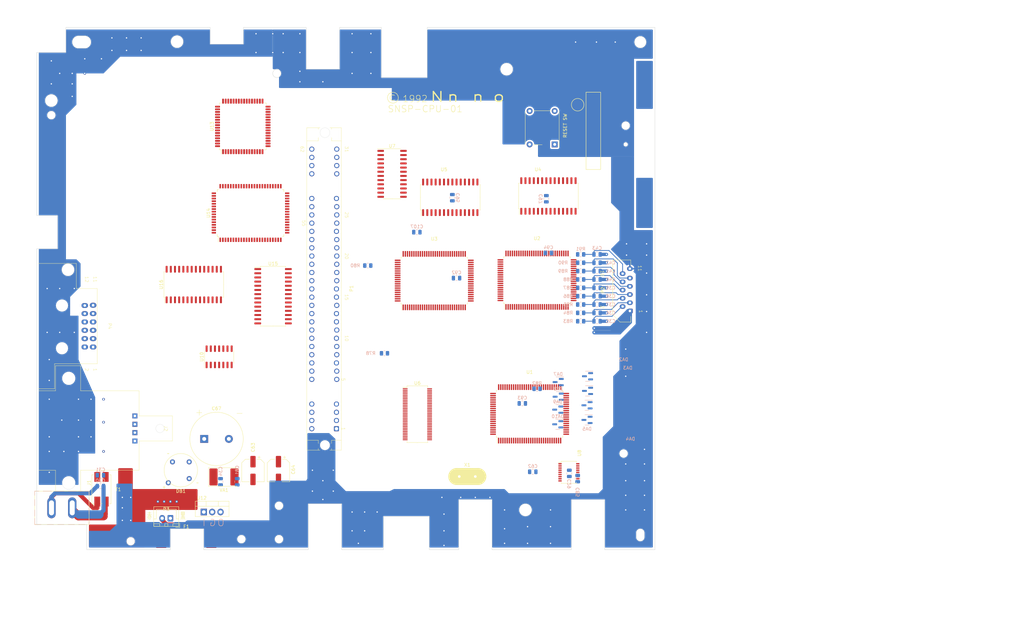
<source format=kicad_pcb>
(kicad_pcb (version 20221018) (generator pcbnew)
  (title_block (date "2023-02-24") (rev "1"))
  (layers (0 "F.Cu" signal) (31 "B.Cu" signal) (34 "B.Paste" user) (35 "F.Paste" user) (36 "B.SilkS" user "B.Silkscreen") (37 "F.SilkS" user "F.Silkscreen") (38 "B.Mask" user) (39 "F.Mask" user) (44 "Edge.Cuts" user))
  (net 0 "")
  (net 1 "Net-(P3-Pin_2)")
  (net 2 "Net-(DB1-+)")
  (net 3 "Net-(P3-Pin_1)")
  (net 4 "/CA8")
  (net 5 "/CA9")
  (net 6 "/CA10")
  (net 7 "/CA11")
  (net 8 "/CA12")
  (net 9 "/CA13")
  (net 10 "/CA14")
  (net 11 "/CA15")
  (net 12 "/CA16")
  (net 13 "/CA17")
  (net 14 "/CA18")
  (net 15 "/CA19")
  (net 16 "/CA20")
  (net 17 "/CA21")
  (net 18 "/CA22")
  (net 19 "/CA23")
  (net 58 "/D0")
  (net 59 "/D1")
  (net 60 "/D2")
  (net 61 "/D3")
  (net 62 "/D4")
  (net 63 "/D5")
  (net 64 "/D6")
  (net 65 "/D7")
  (net 88 "/CA0")
  (net 89 "/CA1")
  (net 90 "/CA2")
  (net 91 "/CA3")
  (net 92 "/CA4")
  (net 93 "/CA5")
  (net 94 "/CA6")
  (net 95 "Net-(C30-Pad1)")
  (net 96 "Net-(C30-Pad2)")
  (net 97 "GNDPWR")
  (net 98 "/CA7")
  (net 99 "VCC")
  (net 100 "Net-(C31-Pad1)")
  (net 101 "Net-(C31-Pad2)")
  (net 127 "/VA14")
  (net 128 "/VAB13")
  (net 129 "/VAB12")
  (net 130 "/VAB11")
  (net 131 "/VAB10")
  (net 132 "/VAB9")
  (net 133 "/VAB8")
  (net 134 "/VAB7")
  (net 136 "/VAB6")
  (net 137 "/VAB5")
  (net 138 "/VAB4")
  (net 139 "/VAB3")
  (net 140 "/VAB2")
  (net 141 "/VAB1")
  (net 142 "/VAB0")
  (net 143 "/VAA13")
  (net 144 "/VAA12")
  (net 145 "/VAA11")
  (net 146 "/VAA10")
  (net 147 "/VAA9")
  (net 148 "/VAA8")
  (net 149 "/VAA7")
  (net 150 "/VAA6")
  (net 151 "/VAA5")
  (net 152 "/VAA4")
  (net 153 "/VAA3")
  (net 154 "/VAA2")
  (net 155 "/VAA1")
  (net 156 "/VAA0")
  (net 244 "Net-(P2-Pin_2)")
  (net 245 "GND")
  (net 246 "Net-(P2-Pin_3)")
  (net 247 "Net-(P2-Pin_4)")
  (net 248 "Net-(P2-Pin_5)")
  (net 249 "Net-(P2-Pin_6)")
  (net 250 "Net-(P2-Pin_7)")
  (net 251 "Net-(P2-Pin_8)")
  (net 252 "Net-(P2-Pin_9)")
  (net 253 "Net-(P2-Pin_10)")
  (net 254 "Net-(DA2-K)")
  (net 255 "Net-(DA3-K)")
  (net 256 "Net-(DA4-K)")
  (net 257 "Net-(DA10-A)")
  (net 263 "/VDB0")
  (net 264 "/VDB1")
  (net 265 "/VDB2")
  (net 266 "/VDB3")
  (net 267 "/VDB4")
  (net 268 "/VDB5")
  (net 269 "/VDB6")
  (net 270 "/VDB7")
  (net 271 "/VDA0")
  (net 272 "/VDA1")
  (net 273 "/VDA2")
  (net 274 "/VDA3")
  (net 275 "/VDA4")
  (net 276 "/VDA5")
  (net 277 "/VDA6")
  (net 278 "/VDA7")
  (net 292 "Net-(U8-RES)")
  (net 293 "Net-(U8-P02)")
  (net 450 "Net-(U13-CPUA4)")
  (net 451 "Net-(U13-CPUA3)")
  (net 452 "Net-(U13-CPUA2)")
  (net 453 "Net-(U13-CPUA1)")
  (net 454 "Net-(U13-CPUA0)")
  (net 455 "Net-(U13-CPUD7)")
  (net 456 "Net-(U13-CPUD6)")
  (net 457 "Net-(U13-CPUD5)")
  (net 458 "Net-(U13-CPUD4)")
  (net 459 "Net-(U13-CPUD3)")
  (net 460 "Net-(U13-CPUD2)")
  (net 461 "Net-(U13-CPUD1)")
  (net 462 "Net-(U13-CPUD0)")
  (net 463 "Net-(U13-PD3)")
  (net 464 "Net-(U13-PD2)")
  (net 465 "Net-(U13-CPUK)")
  (net 501 "Net-(U13-CPUA15)")
  (net 502 "Net-(U13-CPUA14)")
  (net 503 "Net-(U13-CPUA13)")
  (net 504 "Net-(U13-CPUA12)")
  (net 505 "Net-(U13-CPUA11)")
  (net 508 "Net-(U13-CPUA10)")
  (net 509 "Net-(U13-CPUA9)")
  (net 510 "Net-(U13-CPUA8)")
  (net 511 "Net-(U13-CPUA7)")
  (net 512 "Net-(U13-CPUA6)")
  (net 513 "Net-(U13-CPUA5)")
  (footprint "Package_SO:SSOP-18_4.4x6.5mm_P0.65mm" (layer "F.Cu") (at 225.3 188.595)
    (fp_text reference "U8")
    (fp_text value "CIC")
  )
  (footprint "Connector_JST:JST_XH_B2B-XH-A_1x02_P2.50mm_Vertical" (layer "F.Cu") (at 104.14 202.565 180)
    (fp_text reference "P3")
    (fp_text value "Conn_01x02_Male")
  )
  (footprint "SNES_Library:Fuse" (layer "F.Cu") (at 108.966 208.534)
    (fp_text reference "F1")
    (fp_text value "Fuse")
  )
  (footprint "Package_QFP:PQFP-100_14x20mm_P0.65mm" (layer "F.Cu") (at 184.355 130.305 90)
    (fp_text reference "U3")
    (fp_text value "PPU2")
  )
  (footprint "Capacitor_THT:CP_Radial_D16.0mm_P7.50mm" (layer "F.Cu") (at 114.42 178.435)
    (fp_text reference "C67")
    (fp_text value "2200u")
  )
  (footprint "Diode_SMD:D_3220_8050Metric" (layer "F.Cu") (at 120.4375 190)
    (fp_text reference "VA1")
    (fp_text value "Varistor")
  )
  (footprint "Package_SO:SO-14_3.9x8.65mm_P1.27mm" (layer "F.Cu") (at 118.96 153.475 90)
    (fp_text reference "U10")
    (fp_text value "LM324")
  )
  (footprint "Package_TO_SOT_THT:TO-220-3_Vertical" (layer "F.Cu") (at 114.3 200.66)
    (fp_text reference "U12")
    (fp_text value "L7805")
  )
  (footprint "Package_SO:SOIC-28W_7.5x17.9mm_P1.27mm" (layer "F.Cu") (at 135.35 135.055)
    (fp_text reference "U15")
    (fp_text value "MS62256CL-10FC")
  )
  (footprint "Package_SO:TSSOP-64_6.1x17mm_P0.5mm" (layer "F.Cu") (at 179.235 170.925)
    (fp_text reference "U6")
    (fp_text value "WRAM")
  )
  (footprint "Package_SO:SO-24_5.3x15mm_P1.27mm" (layer "F.Cu") (at 171.5375 97.845)
    (fp_text reference "U7")
    (fp_text value "~")
  )
  (footprint "Crystal:Crystal_HC49-4H_Vertical" (layer "F.Cu") (at 191.97 189.865)
    (fp_text reference "X1")
    (fp_text value "Crystal")
  )
  (footprint "SNES_Library:FullBridgeRectifier" (layer "F.Cu") (at 107.315 187.96)
    (fp_text reference "DB1")
    (fp_text value "D_Bridge_+AA-")
  )
  (footprint "Capacitor_SMD:CP_Elec_6.3x3" (layer "F.Cu") (at 137 188.05 -90)
    (fp_text reference "C64")
    (fp_text value "C_Polarized")
  )
  (footprint "Package_SO:SOIC-28W_7.5x17.9mm_P1.27mm" (layer "F.Cu") (at 189.23 104.98 90)
    (fp_text reference "U5")
    (fp_text value "MS62256CL-10FC")
  )
  (footprint "Package_QFP:PQFP-100_14x20mm_P0.65mm" (layer "F.Cu") (at 215.605 130.175 90)
    (fp_text reference "U2")
    (fp_text value "PPU1")
  )
  (footprint "Package_QFP:PQFP-100_14x20mm_P0.65mm" (layer "F.Cu") (at 213.36 170.815 90)
    (fp_text reference "U1")
    (fp_text value "CPU")
  )
  (footprint "SNES_Library:DcJack" (layer "F.Cu") (at 71.795 199.39)
    (fp_text reference "J1")
    (fp_text value "Jack-DC")
  )
  (footprint "Package_SO:SOIC-28W_7.5x17.9mm_P1.27mm" (layer "F.Cu") (at 111.25 131.5 90)
    (fp_text reference "U16")
    (fp_text value "MS62256CL-10FC")
  )
  (footprint "SNES_Library:AVOut" (layer "F.Cu") (at 83.185 142.875 -90)
    (fp_text reference "P4")
    (fp_text value "~")
    (fp_circle (center -5 12) (end -5.08 10.16) (stroke (width 0.05)) (fill none) (layer "Edge.Cuts"))
    (fp_circle (center 8 12) (end 8 10.16) (stroke (width 0.05)) (fill none) (layer "Edge.Cuts"))
  )
  (footprint "Package_QFP:LQFP-64_14x14mm_P0.8mm" (layer "F.Cu") (at 126.15 83.425 90)
    (fp_text reference "U13")
    (fp_text value "S-SMP")
  )
  (footprint "Package_QFP:PQFP-80_14x20mm_P0.8mm" (layer "F.Cu") (at 128.5 109.75 90)
    (fp_text reference "U14")
    (fp_text value "~")
  )
  (footprint "Button_Switch_THT:SW_MEC_5GTH9" (layer "F.Cu") (at 220.98 88.9 180)
    (fp_text reference "SW1")
    (fp_text value "RESET SW")
  )
  (footprint "Inductor_SMD:L_CommonMode_Delevan_4222" (layer "F.Cu") (at 83.185 193.735 90)
    (fp_text reference "T1")
    (fp_text value "L_Coupled")
  )
  (footprint "SNES_Library:CASSETTE" (layer "F.Cu") (at 151.13 132.835 -90)
    (fp_text reference "P1")
    (fp_text value "CASSETTE")
    (fp_circle (center -47.5 0) (end -46 0) (stroke (width 0.05)) (fill none) (layer "Edge.Cuts"))
    (fp_circle (center 47.5 0) (end 49 0) (stroke (width 0.05)) (fill none) (layer "Edge.Cuts"))
  )
  (footprint "SNES_Library:RFModulator" (layer "F.Cu") (at 102.235 175.26 -90)
    (fp_text reference "J2")
    (fp_text value "~")
    (fp_circle (center -15.24 29) (end -13.24 29) (stroke (width 0.05)) (fill none) (layer "Edge.Cuts"))
    (fp_circle (center 0 1.27) (end 1.27 1.35) (stroke (width 0.05)) (fill none) (layer "Edge.Cuts"))
    (fp_circle (center 16.51 29) (end 18.51 29) (stroke (width 0.05)) (fill none) (layer "Edge.Cuts"))
  )
  (footprint "SNES_Library:JST_ZE_Controllers" (layer "F.Cu") (at 244.13 133.18 90)
    (fp_text reference "P2")
    (fp_text value "Conn_2Rows-11Pins")
  )
  (footprint "Capacitor_SMD:CP_Elec_6.3x3" (layer "F.Cu") (at 129.25 188.05 -90)
    (fp_text reference "C63")
    (fp_text value "C_Polarized")
  )
  (footprint "Package_SO:SOIC-28W_7.5x17.9mm_P1.27mm" (layer "F.Cu") (at 219.075 104.57 90)
    (fp_text reference "U4")
    (fp_text value "MS62256CL-10FC")
  )
  (footprint "Package_TO_SOT_SMD:SOT-23" (layer "B.Cu") (at 221.9175 169.54 180)
    (fp_text reference "DA9")
    (fp_text value "D")
  )
  (footprint "Resistor_SMD:R_0805_2012Metric" (layer "B.Cu") (at 228.8775 132.495 180)
    (fp_text reference "R87")
    (fp_text value "100")
  )
  (footprint "Resistor_SMD:R_0805_2012Metric" (layer "B.Cu") (at 169.23 152.4 180)
    (fp_text reference "R78")
    (fp_text value "10k")
  )
  (footprint "Capacitor_SMD:C_0805_2012Metric" (layer "B.Cu") (at 233.868 135.035)
    (fp_text reference "C38")
    (fp_text value "330p")
  )
  (footprint "Capacitor_SMD:C_0805_2012Metric" (layer "B.Cu") (at 119.38 191.455 90)
    (fp_text reference "C34")
    (fp_text value "0.1uF")
  )
  (footprint "Package_TO_SOT_SMD:SOT-23" (layer "B.Cu") (at 230.9645 159.385 180)
    (fp_text reference "DA2")
    (fp_text value "D")
  )
  (footprint "Capacitor_SMD:C_0805_2012Metric" (layer "B.Cu") (at 124.46 191.455 90)
    (fp_text reference "C81")
    (fp_text value "1uF")
  )
  (footprint "Resistor_SMD:R_0805_2012Metric" (layer "B.Cu") (at 228.8775 124.875 180)
    (fp_text reference "R90")
    (fp_text value "100")
  )
  (footprint "Package_TO_SOT_SMD:SOT-23" (layer "B.Cu") (at 222.0435 161.158 180)
    (fp_text reference "DA7")
    (fp_text value "D")
  )
  (footprint "Capacitor_SMD:C_0805_2012Metric" (layer "B.Cu") (at 233.868 124.875)
    (fp_text reference "C42")
    (fp_text value "330p")
  )
  (footprint "Package_TO_SOT_SMD:SOT-23" (layer "B.Cu") (at 230.8075 172.659 180)
    (fp_text reference "DA5")
    (fp_text value "D")
  )
  (footprint "Package_TO_SOT_SMD:SOT-23" (layer "B.Cu") (at 221.9175 173.99 180)
    (fp_text reference "DA10")
    (fp_text value "D")
  )
  (footprint "Capacitor_SMD:C_0805_2012Metric" (layer "B.Cu") (at 214.31 188.43 180)
    (fp_text reference "C62")
    (fp_text value "2.2u")
  )
  (footprint "Resistor_SMD:R_0805_2012Metric" (layer "B.Cu") (at 228.8775 135.035 180)
    (fp_text reference "R86")
    (fp_text value "100")
  )
  (footprint "Capacitor_SMD:C_0805_2012Metric" (layer "B.Cu") (at 233.868 132.495)
    (fp_text reference "C39")
    (fp_text value "330p")
  )
  (footprint "Capacitor_SMD:C_0805_2012Metric" (layer "B.Cu") (at 233.868 127.415)
    (fp_text reference "C41")
    (fp_text value "330p")
  )
  (footprint "Package_TO_SOT_SMD:SOT-23" (layer "B.Cu") (at 230.8075 168.209 180)
    (fp_text reference "DA4")
    (fp_text value "D")
  )
  (footprint "Capacitor_SMD:C_0805_2012Metric" (layer "B.Cu") (at 189.865 105.09 90)
    (fp_text reference "C95")
    (fp_text value "0.1uF")
  )
  (footprint "Capacitor_SMD:C_0805_2012Metric" (layer "B.Cu") (at 82.87 192.786 180)
    (fp_text reference "C30")
    (fp_text value "0.01uF")
  )
  (footprint "Resistor_SMD:R_0805_2012Metric" (layer "B.Cu") (at 228.8775 142.655 180)
    (fp_text reference "R83")
    (fp_text value "100")
  )
  (footprint "Resistor_SMD:R_0805_2012Metric" (layer "B.Cu") (at 228.8775 127.415 180)
    (fp_text reference "R89")
    (fp_text value "100")
  )
  (footprint "Capacitor_SMD:C_0805_2012Metric" (layer "B.Cu") (at 219.075 121.92 180)
    (fp_text reference "C94")
    (fp_text value "C")
  )
  (footprint "Resistor_SMD:R_0805_2012Metric" (layer "B.Cu") (at 228.8775 137.575 180)
    (fp_text reference "R85")
    (fp_text value "100")
  )
  (footprint "Capacitor_SMD:C_0805_2012Metric" (layer "B.Cu") (at 211.14 167.64 180)
    (fp_text reference "C93")
    (fp_text value "C")
  )
  (footprint "Resistor_SMD:R_0805_2012Metric" (layer "B.Cu") (at 228.8775 129.955 180)
    (fp_text reference "R88")
    (fp_text value "100")
  )
  (footprint "Capacitor_SMD:C_0805_2012Metric" (layer "B.Cu") (at 233.868 137.575)
    (fp_text reference "C37")
    (fp_text value "330p")
  )
  (footprint "Resistor_SMD:R_0805_2012Metric" (layer "B.Cu") (at 228.8775 140.115 180)
    (fp_text reference "R84")
    (fp_text value "100")
  )
  (footprint "Capacitor_SMD:C_0805_2012Metric" (layer "B.Cu") (at 179.07 115.57 180)
    (fp_text reference "C107")
    (fp_text value "0.01u")
  )
  (footprint "Capacitor_SMD:C_0805_2012Metric" (layer "B.Cu") (at 191.135 129.54 180)
    (fp_text reference "C92")
    (fp_text value "C")
  )
  (footprint "Capacitor_SMD:C_0805_2012Metric" (layer "B.Cu") (at 233.868 129.955)
    (fp_text reference "C40")
    (fp_text value "330p")
  )
  (footprint "Resistor_SMD:R_0805_2012Metric" (layer "B.Cu") (at 228.8775 122.335 180)
    (fp_text reference "R91")
    (fp_text value "100")
  )
  (footprint "Resistor_SMD:R_0805_2012Metric" (layer "B.Cu") (at 164.15 125.73 180)
    (fp_text reference "R80")
    (fp_text value "10k")
  )
  (footprint "Capacitor_SMD:C_0805_2012Metric" (layer "B.Cu") (at 82.87 189.484 180)
    (fp_text reference "C31")
    (fp_text value "0.1uF")
  )
  (footprint "Package_TO_SOT_SMD:SOT-23" (layer "B.Cu") (at 230.9645 163.835 180)
    (fp_text reference "DA3")
    (fp_text value "D")
  )
  (footprint "Capacitor_SMD:C_0805_2012Metric" (layer "B.Cu") (at 227.965 190.5 90)
    (fp_text reference "C85")
    (fp_text value "0.1u")
  )
  (footprint "Resistor_SMD:R_0805_2012Metric" (layer "B.Cu") (at 215.6225 163.195 180)
    (fp_text reference "R82")
    (fp_text value "10k")
  )
  (footprint "Capacitor_SMD:C_0805_2012Metric" (layer "B.Cu") (at 218.44 105.41 -90)
    (fp_text reference "C97")
    (fp_text value "0.1uF")
  )
  (footprint "Capacitor_SMD:C_0805_2012Metric" (layer "B.Cu") (at 225.425 188.91 -90)
    (fp_text reference "C29")
    (fp_text value "0.1u")
  )
  (footprint "Capacitor_SMD:C_0805_2012Metric" (layer "B.Cu") (at 233.868 140.115)
    (fp_text reference "C36")
    (fp_text value "330p")
  )
  (footprint "Capacitor_SMD:C_0805_2012Metric" (layer "B.Cu") (at 233.868 122.335)
    (fp_text reference "C43")
    (fp_text value "330p")
  )
  (footprint "Capacitor_SMD:C_0805_2012Metric" (layer "B.Cu") (at 233.868 142.655)
    (fp_text reference "C35")
    (fp_text value "330p")
  )
  (footprint "Package_TO_SOT_SMD:SOT-23" (layer "B.Cu") (at 222.0435 165.608 180)
    (fp_text reference "DA8")
    (fp_text value "D")
  )
  (gr_rect (start 230.505 73.025) (end 234.95 96.52) (stroke (width 0.15)) (fill none) (layer "F.SilkS"))
  (gr_circle (center 227.965 76.835) (end 227.965 74.93) (stroke (width 0.15)) (fill none) (layer "F.SilkS"))
  (gr_circle (center 242.57 83.185) (end 242.57 81.915) (stroke (width 0.1)) (fill none) (layer "Edge.Cuts"))
  (gr_line (start 126.365 58.42) (end 126.365 53.34) (stroke (width 0.1)) (layer "Edge.Cuts"))
  (gr_line (start 245.745 208.28) (end 245.745 207.01) (stroke (width 0.1)) (layer "Edge.Cuts"))
  (gr_line (start 168.275 53.34) (end 168.275 68.58) (stroke (width 0.1)) (layer "Edge.Cuts"))
  (gr_line (start 104.14 212.09) (end 104.14 205.74) (stroke (width 0.1)) (layer "Edge.Cuts"))
  (gr_line (start 226.06 196.85) (end 236.22 196.85) (stroke (width 0.1)) (layer "Edge.Cuts"))
  (gr_circle (center 67.945 75.565) (end 69.85 75.565) (stroke (width 0.1)) (fill none) (layer "Edge.Cuts"))
  (gr_arc (start 78.105 55.88) (mid 80.01 57.785) (end 78.105 59.69) (stroke (width 0.1)) (layer "Edge.Cuts"))
  (gr_line (start 104.14 205.74) (end 114.3 205.74) (stroke (width 0.1)) (layer "Edge.Cuts"))
  (gr_circle (center 247.015 57.785) (end 245.745 56.515) (stroke (width 0.1)) (fill none) (layer "Edge.Cuts"))
  (gr_circle (center 92.075 209.55) (end 92.075 208.28) (stroke (width 0.1)) (fill none) (layer "Edge.Cuts"))
  (gr_line (start 145.415 53.34) (end 145.415 66.04) (stroke (width 0.1)) (layer "Edge.Cuts"))
  (gr_circle (center 106.172 57.658) (end 106.172 55.753) (stroke (width 0.1)) (fill none) (layer "Edge.Cuts"))
  (gr_circle (center 241.935 182.88) (end 241.935 181.61) (stroke (width 0.1)) (fill none) (layer "Edge.Cuts"))
  (gr_circle (center 137.16 198.755) (end 137.16 197.485) (stroke (width 0.1)) (fill none) (layer "Edge.Cuts"))
  (gr_circle (center 136.525 67.31) (end 136.525 66.04) (stroke (width 0.1)) (fill none) (layer "Edge.Cuts"))
  (gr_line (start 72.39 60.96) (end 72.39 53.34) (stroke (width 0.1)) (layer "Edge.Cuts"))
  (gr_line (start 72.39 53.34) (end 116.205 53.34) (stroke (width 0.1)) (layer "Edge.Cuts"))
  (gr_line (start 76.2 59.69) (end 78.105 59.69) (stroke (width 0.1)) (layer "Edge.Cuts"))
  (gr_line (start 126.365 53.34) (end 145.415 53.34) (stroke (width 0.1)) (layer "Edge.Cuts"))
  (gr_arc (start 76.2 59.69) (mid 74.295 57.785) (end 76.2 55.88) (stroke (width 0.1)) (layer "Edge.Cuts"))
  (gr_line (start 63.5 110.49) (end 63.5 60.96) (stroke (width 0.1)) (layer "Edge.Cuts"))
  (gr_line (start 146.05 198.12) (end 156.21 198.12) (stroke (width 0.1)) (layer "Edge.Cuts"))
  (gr_line (start 168.91 201.93) (end 182.88 201.93) (stroke (width 0.1)) (layer "Edge.Cuts"))
  (gr_line (start 63.5 120.65) (end 69.85 120.65) (stroke (width 0.1)) (layer "Edge.Cuts"))
  (gr_circle (center 137.16 208.915) (end 137.16 207.645) (stroke (width 0.1)) (fill none) (layer "Edge.Cuts"))
  (gr_line (start 104.14 212.09) (end 78.74 212.09) (stroke (width 0.1)) (layer "Edge.Cuts"))
  (gr_line (start 182.245 53.34) (end 251.46 53.34) (stroke (width 0.1)) (layer "Edge.Cuts"))
  (gr_line (start 145.415 66.04) (end 155.575 66.04) (stroke (width 0.1)) (layer "Edge.Cuts"))
  (gr_line (start 78.74 212.09) (end 78.74 204.47) (stroke (width 0.1)) (layer "Edge.Cuts"))
  (gr_circle (center 242.57 88.9) (end 242.57 89.535) (stroke (width 0.1)) (fill none) (layer "Edge.Cuts"))
  (gr_line (start 251.46 212.09) (end 251.46 53.34) (stroke (width 0.1)) (layer "Edge.Cuts"))
  (gr_line (start 226.06 212.09) (end 226.06 196.85) (stroke (width 0.1)) (layer "Edge.Cuts"))
  (gr_line (start 191.77 212.09) (end 191.77 196.85) (stroke (width 0.1)) (layer "Edge.Cuts"))
  (gr_circle (center 212.09 200.025) (end 212.09 198.12) (stroke (width 0.1)) (fill none) (layer "Edge.Cuts"))
  (gr_arc (start 248.285 208.28) (mid 247.015 209.55) (end 245.745 208.28) (stroke (width 0.1)) (layer "Edge.Cuts"))
  (gr_line (start 201.93 212.09) (end 226.06 212.09) (stroke (width 0.1)) (layer "Edge.Cuts"))
  (gr_line (start 156.21 212.09) (end 168.91 212.09) (stroke (width 0.1)) (layer "Edge.Cuts"))
  (gr_line (start 63.5 204.47) (end 78.74 204.47) (stroke (width 0.1)) (layer "Edge.Cuts"))
  (gr_line (start 248.285 207.01) (end 248.285 208.28) (stroke (width 0.1)) (layer "Edge.Cuts"))
  (gr_arc (start 245.745 207.01) (mid 247.015 205.74) (end 248.285 207.01) (stroke (width 0.1)) (layer "Edge.Cuts"))
  (gr_line (start 156.21 198.12) (end 156.21 212.09) (stroke (width 0.1)) (layer "Edge.Cuts"))
  (gr_line (start 182.245 68.58) (end 182.245 53.34) (stroke (width 0.1)) (layer "Edge.Cuts"))
  (gr_line (start 236.22 212.09) (end 251.46 212.09) (stroke (width 0.1)) (layer "Edge.Cuts"))
  (gr_line (start 168.91 201.93) (end 168.91 212.09) (stroke (width 0.1)) (layer "Edge.Cuts"))
  (gr_line (start 182.88 212.09) (end 191.77 212.09) (stroke (width 0.1)) (layer "Edge.Cuts"))
  (gr_circle (center 206.375 66.04) (end 206.375 64.135) (stroke (width 0.1)) (fill none) (layer "Edge.Cuts"))
  (gr_line (start 201.93 196.85) (end 201.93 212.09) (stroke (width 0.1)) (layer "Edge.Cuts"))
  (gr_line (start 69.85 110.49) (end 63.5 110.49) (stroke (width 0.1)) (layer "Edge.Cuts"))
  (gr_line (start 168.275 68.58) (end 182.245 68.58) (stroke (width 0.1)) (layer "Edge.Cuts"))
  (gr_line (start 78.105 55.88) (end 76.2 55.88) (stroke (width 0.1)) (layer "Edge.Cuts"))
  (gr_line (start 116.205 58.42) (end 126.365 58.42) (stroke (width 0.1)) (layer "Edge.Cuts"))
  (gr_line (start 155.575 66.04) (end 155.575 53.34) (stroke (width 0.1)) (layer "Edge.Cuts"))
  (gr_line (start 63.5 60.96) (end 72.39 60.96) (stroke (width 0.1)) (layer "Edge.Cuts"))
  (gr_circle (center 67.945 80.01) (end 67.945 78.74) (stroke (width 0.1)) (fill none) (layer "Edge.Cuts"))
  (gr_line (start 182.88 201.93) (end 182.88 212.09) (stroke (width 0.1)) (layer "Edge.Cuts"))
  (gr_line (start 69.85 120.65) (end 69.85 110.49) (stroke (width 0.1)) (layer "Edge.Cuts"))
  (gr_line (start 63.5 204.47) (end 63.5 120.65) (stroke (width 0.1)) (layer "Edge.Cuts"))
  (gr_line (start 114.3 212.09) (end 146.05 212.09) (stroke (width 0.1)) (layer "Edge.Cuts"))
  (gr_line (start 116.205 53.34) (end 116.205 58.42) (stroke (width 0.1)) (layer "Edge.Cuts"))
  (gr_line (start 155.575 53.34) (end 168.275 53.34) (stroke (width 0.1)) (layer "Edge.Cuts"))
  (gr_line (start 236.22 196.85) (end 236.22 212.09) (stroke (width 0.1)) (layer "Edge.Cuts"))
  (gr_line (start 146.05 212.09) (end 146.05 198.12) (stroke (width 0.1)) (layer "Edge.Cuts"))
  (gr_circle (center 73.025 127) (end 73.025 125.095) (stroke (width 0.1)) (fill none) (layer "Edge.Cuts"))
  (gr_line (start 114.3 205.74) (end 114.3 212.09) (stroke (width 0.1)) (layer "Edge.Cuts"))
  (gr_line (start 191.77 196.85) (end 201.93 196.85) (stroke (width 0.1)) (layer "Edge.Cuts"))
  (gr_circle (center 125.73 208.915) (end 125.73 207.645) (stroke (width 0.1)) (fill none) (layer "Edge.Cuts"))
  (gr_text "O" (at 120.65 205.105) (layer "B.SilkS") (effects (font (size 2 2)) (justify left bottom mirror)))
  (gr_text "G" (at 118.11 205.105) (layer "B.SilkS") (effects (font (size 2 2)) (justify left bottom mirror)))
  (gr_text "I" (at 114.935 205.105) (layer "B.SilkS") (effects (font (size 2 2)) (justify left bottom mirror)))
  (gr_text "黒" (at 107.95 201.93) (layer "F.SilkS") (effects (font (size 2 1))))
  (gr_text "©" (at 169.545 76.2) (layer "F.SilkS") (effects (font (size 2.5 2.5)) (justify left bottom)))
  (gr_text "n" (at 187.96 76.2) (layer "F.SilkS") (effects (font (size 3 4) (thickness 0.4) bold) (justify left bottom)))
  (gr_text "1992" (at 174.625 76.2) (layer "F.SilkS") (effects (font (size 2 2)) (justify left bottom)))
  (gr_text "SNSP-CPU-01" (at 181.61 78.105) (layer "F.SilkS") (effects (font (size 2 2))))
  (gr_text "n" (at 195.58 76.2) (layer "F.SilkS") (effects (font (size 3 4) (thickness 0.4) bold) (justify left bottom)))
  (gr_text "o" (at 201.93 76.2) (layer "F.SilkS") (effects (font (size 3 4) (thickness 0.4) bold) (justify left bottom)))
  (gr_text "N" (at 182.88 76.2) (layer "F.SilkS") (effects (font (size 3 4) (thickness 0.4) bold) (justify left bottom)))
  (gr_text "赤" (at 97.79 201.93) (layer "F.SilkS") (effects (font (size 2 1))))
  (segment (start 102.995289 204.47) (end 101.474711 202.949422) (width 1.27) (layer "F.Cu") (net 1))
  (segment (start 101.64 202.949422) (end 101.64 202.565) (width 1.27) (layer "F.Cu") (net 1))
  (segment (start 116.84 208.28) (end 116.586 208.534) (width 1.27) (layer "F.Cu") (net 1))
  (segment (start 113.928026 204.47) (end 103.160578 204.47) (width 1.27) (layer "F.Cu") (net 1))
  (segment (start 116.586 208.534) (end 116.586 207.127974) (width 1.27) (layer "F.Cu") (net 1))
  (segment (start 116.957974 207.127974) (end 114.3 204.47) (width 1.27) (layer "F.Cu") (net 1))
  (segment (start 74.295 200.025) (end 74.295 199.39) (width 1.27) (layer "F.Cu") (net 95))
  (segment (start 76.2 201.93) (end 74.295 200.025) (width 2.54) (layer "F.Cu") (net 95))
  (segment (start 84.455 201.295) (end 84.455 197.485) (width 1.27) (layer "F.Cu") (net 95))
  (segment (start 76.2 201.93) (end 83.82 201.93) (width 2.54) (layer "F.Cu") (net 95))
  (segment (start 83.82 201.93) (end 84.455 201.295) (width 1.27) (layer "F.Cu") (net 95))
  (segment (start 83.82 192.786) (end 83.82 200.152) (width 1.27) (layer "B.Cu") (net 95))
  (segment (start 82.55 201.422) (end 76.327 201.422) (width 2.54) (layer "B.Cu") (net 95))
  (segment (start 83.82 200.152) (end 82.55 201.422) (width 1.27) (layer "B.Cu") (net 95))
  (segment (start 76.327 201.422) (end 74.295 199.39) (width 1.27) (layer "B.Cu") (net 95))
  (segment (start 80.645 199.39) (end 76.2 194.945) (width 1.27) (layer "F.Cu") (net 96))
  (segment (start 76.2 194.945) (end 69.215 194.945) (width 1.27) (layer "F.Cu") (net 96))
  (segment (start 69.215 194.945) (end 67.945 196.215) (width 1.27) (layer "F.Cu") (net 96))
  (segment (start 67.945 196.215) (end 67.985 196.255) (width 1.27) (layer "F.Cu") (net 96))
  (segment (start 67.985 196.255) (end 67.985 199.39) (width 1.27) (layer "F.Cu") (net 96))
  (segment (start 81.915 199.39) (end 80.645 199.39) (width 1.27) (layer "F.Cu") (net 96))
  (segment (start 81.915 197.485) (end 81.915 199.39) (width 1.27) (layer "F.Cu") (net 96))
  (segment (start 67.985 199.39) (end 67.985 196.048) (width 1.27) (layer "B.Cu") (net 96))
  (segment (start 79.761 194.945) (end 81.92 192.786) (width 1.27) (layer "B.Cu") (net 96))
  (segment (start 79.38 194.945) (end 79.761 194.945) (width 1.27) (layer "B.Cu") (net 96))
  (segment (start 69.088 194.945) (end 79.38 194.945) (width 1.27) (layer "B.Cu") (net 96))
  (segment (start 67.985 196.048) (end 69.088 194.945) (width 1.27) (layer "B.Cu") (net 96))
  (via (at 233.045 144.78) (size 0.8) (drill 0.4) (layers "F.Cu" "B.Cu") (net 99))
  (via (at 233.045 146.05) (size 0.8) (drill 0.4) (layers "F.Cu" "B.Cu") (net 99))
  (segment (start 240.665 146.05) (end 243.84 142.875) (width 1.27) (layer "B.Cu") (net 99))
  (segment (start 243.84 139.54) (end 243.84 140.335) (width 1.27) (layer "B.Cu") (net 99))
  (segment (start 243.84 142.875) (end 243.84 139.54) (width 1.27) (layer "B.Cu") (net 99))
  (segment (start 238.125 144.78) (end 243.365 139.54) (width 1.27) (layer "B.Cu") (net 99))
  (segment (start 243.84 140.335) (end 238.76 145.415) (width 1.27) (layer "B.Cu") (net 99))
  (segment (start 243.84 139.54) (end 243.84 141.605) (width 1.27) (layer "B.Cu") (net 99))
  (segment (start 233.045 144.78) (end 238.125 144.78) (width 1.27) (layer "B.Cu") (net 99))
  (segment (start 243.84 141.605) (end 240.03 145.415) (width 1.27) (layer "B.Cu") (net 99))
  (segment (start 243.365 139.54) (end 243.84 139.54) (width 1.27) (layer "B.Cu") (net 99))
  (segment (start 233.045 146.05) (end 240.665 146.05) (width 1.27) (layer "B.Cu") (net 99))
  (segment (start 233.485 141.165) (end 232.918 141.732) (width 0.25) (layer "B.Cu") (net 244))
  (segment (start 232.918 141.732) (end 232.918 142.655) (width 0.25) (layer "B.Cu") (net 244))
  (segment (start 232.73 142.655) (end 229.79 142.655) (width 0.25) (layer "B.Cu") (net 244))
  (segment (start 241.63 138.39) (end 241.63 138.18) (width 0.25) (layer "B.Cu") (net 244))
  (segment (start 238.3885 141.165) (end 233.485 141.165) (width 0.25) (layer "B.Cu") (net 244))
  (segment (start 238.3885 141.165) (end 241.1635 138.39) (width 0.25) (layer "B.Cu") (net 244))
  (via (at 76.2 182.245) (size 0.8) (drill 0.4) (layers "F.Cu" "B.Cu") (net 245))
  (via (at 67.31 182.245) (size 0.8) (drill 0.4) (layers "F.Cu" "B.Cu") (net 245))
  (via (at 150.495 69.85) (size 0.8) (drill 0.4) (layers "F.Cu" "B.Cu") (net 245))
  (via (at 135.255 55.245) (size 0.8) (drill 0.4) (layers "F.Cu" "B.Cu") (net 245))
  (via (at 236.728 137.575) (size 0.8) (drill 0.4) (layers "F.Cu" "B.Cu") (net 245))
  (via (at 135.255 60.96) (size 0.8) (drill 0.4) (layers "F.Cu" "B.Cu") (net 245))
  (via (at 130.175 55.245) (size 0.8) (drill 0.4) (layers "F.Cu" "B.Cu") (net 245))
  (via (at 248.92 119.126) (size 0.8) (drill 0.4) (layers "F.Cu" "B.Cu") (net 245))
  (via (at 239.395 57.785) (size 0.8) (drill 0.4) (layers "F.Cu" "B.Cu") (net 245))
  (via (at 219.71 210.185) (size 0.8) (drill 0.4) (layers "F.Cu" "B.Cu") (net 245))
  (via (at 248.285 186.055) (size 0.8) (drill 0.4) (layers "F.Cu" "B.Cu") (net 245))
  (via (at 236.728 122.335) (size 0.8) (drill 0.4) (layers "F.Cu" "B.Cu") (net 245))
  (via (at 201.295 196.215) (size 0.8) (drill 0.4) (layers "F.Cu" "B.Cu") (net 245))
  (via (at 89.535 199.39) (size 0.8) (drill 0.4) (layers "F.Cu" "B.Cu") (net 245))
  (via (at 95.25 56.515) (size 0.8) (drill 0.4) (layers "F.Cu" "B.Cu") (net 245))
  (via (at 74.295 70.485) (size 0.8) (drill 0.4) (layers "F.Cu" "B.Cu") (net 245))
  (via (at 80.01 166.37) (size 0.8) (drill 0.4) (layers "F.Cu" "B.Cu") (net 245))
  (via (at 242.57 191.135) (size 0.8) (drill 0.4) (layers "F.Cu" "B.Cu") (net 245))
  (via (at 67.31 160.655) (size 0.8) (drill 0.4) (layers "F.Cu" "B.Cu") (net 245))
  (via (at 71.12 172.72) (size 0.8) (drill 0.4) (layers "F.Cu" "B.Cu") (net 245))
  (via (at 74.93 146.05) (size 0.8) (drill 0.4) (layers "F.Cu" "B.Cu") (net 245))
  (via (at 159.385 206.375) (size 0.8) (drill 0.4) (layers "F.Cu" "B.Cu") (net 245))
  (via (at 233.68 57.785) (size 0.8) (drill 0.4) (layers "F.Cu" "B.Cu") (net 245))
  (via (at 143.51 55.245) (size 0.8) (drill 0.4) (layers "F.Cu" "B.Cu") (net 245))
  (via (at 70.485 132.715) (size 0.8) (drill 0.4) (layers "F.Cu" "B.Cu") (net 245))
  (via (at 227.33 57.785) (size 0.8) (drill 0.4) (layers "F.Cu" "B.Cu") (net 245))
  (via (at 83.185 62.865) (size 0.8) (drill 0.4) (layers "F.Cu" "B.Cu") (net 245))
  (via (at 76.2 177.8) (size 0.8) (drill 0.4) (layers "F.Cu" "B.Cu") (net 245))
  (via (at 212.725 205.105) (size 0.8) (drill 0.4) (layers "F.Cu" "B.Cu") (net 245))
  (via (at 248.92 122.555) (size 0.8) (drill 0.4) (layers "F.Cu" "B.Cu") (net 245))
  (via (at 236.728 127.415) (size 0.8) (drill 0.4) (layers "F.Cu" "B.Cu") (net 245))
  (via (at 80.01 172.72) (size 0.8) (drill 0.4) (layers "F.Cu" "B.Cu") (net 245))
  (via (at 138.43 60.96) (size 0.8) (drill 0.4) (layers "F.Cu" "B.Cu") (net 245))
  (via (at 205.74 210.185) (size 0.8) (drill 0.4) (layers "F.Cu" "B.Cu") (net 245))
  (via (at 74.295 67.31) (size 0.8) (drill 0.4) (layers "F.Cu" "B.Cu") (net 245))
  (via (at 104.14 197.485) (size 0.8) (drill 0.4) (layers "F.Cu" "B.Cu") (net 245))
  (via (at 187.325 206.375) (size 0.8) (drill 0.4) (layers "F.Cu" "B.Cu") (net 245))
  (via (at 236.728 124.875) (size 0.8) (drill 0.4) (layers "F.Cu" "B.Cu") (net 245))
  (via (at 143.51 60.96) (size 0.8) (drill 0.4) (layers "F.Cu" "B.Cu") (net 245))
  (via (at 78.105 67.31) (size 0.8) (drill 0.4) (layers "F.Cu" "B.Cu") (net 245))
  (via (at 165.1 67.31) (size 0.8) (drill 0.4) (layers "F.Cu" "B.Cu") (net 245))
  (via (at 70.485 146.05) (size 0.8) (drill 0.4) (layers "F.Cu" "B.Cu") (net 245))
  (via (at 89.535 203.2) (size 0.8) (drill 0.4) (layers "F.Cu" "B.Cu") (net 245))
  (via (at 205.74 205.74) (size 0.8) (drill 0.4) (layers "F.Cu" "B.Cu") (net 245))
  (via (at 67.945 63.5) (size 0.8) (drill 0.4) (layers "F.Cu" "B.Cu") (net 245))
  (via (at 80.01 177.8) (size 0.8) (drill 0.4) (layers "F.Cu" "B.Cu") (net 245))
  (via (at 66.675 146.05) (size 0.8) (drill 0.4) (layers "F.Cu" "B.Cu") (net 245))
  (via (at 242.824 122.555) (size 0.8) (drill 0.4) (layers "F.Cu" "B.Cu") (net 245))
  (via (at 248.92 134.62) (size 0.8) (drill 0.4) (layers "F.Cu" "B.Cu") (net 245))
  (via (at 90.805 60.325) (size 0.8) (drill 0.4) (layers "F.Cu" "B.Cu") (net 245))
  (via (at 236.728 142.655) (size 0.8) (drill 0.4) (layers "F.Cu" "B.Cu") (net 245))
  (via (at 192.405 196.215) (size 0.8) (drill 0.4) (layers "F.Cu" "B.Cu") (net 245))
  (via (at 92.075 196.215) (size 0.8) (drill 0.4) (layers "F.Cu" "B.Cu") (net 245))
  (via (at 92.075 203.2) (size 0.8) (drill 0.4) (layers "F.Cu" "B.Cu") (net 245))
  (via (at 236.728 132.495) (size 0.8) (drill 0.4) (layers "F.Cu" "B.Cu") (net 245))
  (via (at 161.29 210.185) (size 0.8) (drill 0.4) (layers "F.Cu" "B.Cu") (net 245))
  (via (at 242.57 200.025) (size 0.8) (drill 0.4) (layers "F.Cu" "B.Cu") (net 245))
  (via (at 248.285 181.61) (size 0.8) (drill 0.4) (layers "F.Cu" "B.Cu") (net 245))
  (via (at 89.535 196.215) (size 0.8) (drill 0.4) (layers "F.Cu" "B.Cu") (net 245))
  (via (at 159.385 60.96) (size 0.8) (drill 0.4) (layers "F.Cu" "B.Cu") (net 245))
  (via (at 100.33 197.485) (size 0.8) (drill 0.4) (layers "F.Cu" "B.Cu") (net 245))
  (via (at 165.1 60.96) (size 0.8) (drill 0.4) (layers "F.Cu" "B.Cu") (net 245))
  (via (at 143.51 66.675) (size 0.8) (drill 0.4) (layers "F.Cu" "B.Cu") (net 245))
  (via (at 74.295 74.295) (size 0.8) (drill 0.4) (layers "F.Cu" "B.Cu") (net 245))
  (via (at 90.805 56.515) (size 0.8) (drill 0.4) (layers "F.Cu" "B.Cu") (net 245))
  (via (at 78.105 62.865) (size 0.8) (drill 0.4) (layers "F.Cu" "B.Cu") (net 245))
  (via (at 74.93 132.715) (size 0.8) (drill 0.4) (layers "F.Cu" "B.Cu") (net 245))
  (via (at 187.325 210.82) (size 0.8) (drill 0.4) (layers "F.Cu" "B.Cu") (net 245))
  (via (at 163.195 206.375) (size 0.8) (drill 0.4) (layers "F.Cu" "B.Cu") (net 245))
  (via (at 242.57 195.58) (size 0.8) (drill 0.4) (layers "F.Cu" "B.Cu") (net 245))
  (via (at 236.728 129.955) (size 0.8) (drill 0.4) (layers "F.Cu" "B.Cu") (net 245))
  (via (at 248.92 128.016) (size 0.8) (drill 0.4) (layers "F.Cu" "B.Cu") (net 245))
  (via (at 219.71 205.105) (size 0.8) (drill 0.4) (layers "F.Cu" "B.Cu") (net 245))
  (via (at 147.32 194.31) (size 0.8) (drill 0.4) (layers "F.Cu" "B.Cu") (net 245))
  (via (at 242.824 119.126) (size 0.8) (drill 0.4) (layers "F.Cu" "B.Cu") (net 245))
  (via (at 67.31 154.305) (size 0.8) (drill 0.4) (layers "F.Cu" "B.Cu") (net 245))
  (via (at 143.51 69.85) (size 0.8) (drill 0.4) (layers "F.Cu" "B.Cu") (net 245))
  (via (at 83.82 173.355) (size 0.8) (drill 0.4) (layers "F.Cu" "B.Cu") (net 245))
  (via (at 248.285 195.58) (size 0.8) (drill 0.4) (layers "F.Cu" "B.Cu") (net 245))
  (via (at 67.31 177.8) (size 0.8) (drill 0.4) (layers "F.Cu" "B.Cu") (net 245))
  (via (at 76.2 166.37) (size 0.8) (drill 0.4) (layers "F.Cu" "B.Cu") (net 245))
  (via (at 86.36 56.515) (size 0.8) (drill 0.4) (layers "F.Cu" "B.Cu") (net 245))
  (via (at 242.57 151.13) (size 0.8) (drill 0.4) (layers "F.Cu" "B.Cu") (net 245))
  (via (at 70.485 67.31) (size 0.8) (drill 0.4) (layers "F.Cu" "B.Cu") (net 245))
  (via (at 86.36 60.325) (size 0.8) (drill 0.4) (layers "F.Cu" "B.Cu") (net 245))
  (via (at 76.2 172.72) (size 0.8) (drill 0.4) (layers "F.Cu" "B.Cu") (net 245))
  (via (at 147.32 187.96) (size 0.8) (drill 0.4) (layers "F.Cu" "B.Cu") (net 245))
  (via (at 71.755 182.245) (size 0.8) (drill 0.4) (layers "F.Cu" "B.Cu") (net 245))
  (via (at 153.67 187.96) (size 0.8) (drill 0.4) (layers "F.Cu" "B.Cu") (net 245))
  (via (at 186.69 196.215) (size 0.8) (drill 0.4) (layers "F.Cu" "B.Cu") (net 245))
  (via (at 196.85 196.215) (size 0.8) (drill 0.4) (layers "F.Cu" "B.Cu") (net 245))
  (via (at 106.045 197.485) (size 0.8) (drill 0.4) (layers "F.Cu" "B.Cu") (net 245))
  (via (at 159.385 55.245) (size 0.8) (drill 0.4) (layers "F.Cu" "B.Cu") (net 245))
  (via (at 248.92 139.7) (size 0.8) (drill 0.4) (layers "F.Cu" "B.Cu") (net 245))
  (via (at 95.25 60.325) (size 0.8) (drill 0.4) (layers "F.Cu" "B.Cu") (net 245))
  (via (at 219.71 200.025) (size 0.8) (drill 0.4) (layers "F.Cu" "B.Cu") (net 245))
  (via (at 66.675 132.715) (size 0.8) (drill 0.4) (layers "F.Cu" "B.Cu") (net 245))
  (via (at 102.235 197.485) (size 0.8) (drill 0.4) (layers "F.Cu" "B.Cu") (net 245))
  (via (at 248.285 191.135) (size 0.8) (drill 0.4) (layers "F.Cu" "B.Cu") (net 245))
  (via (at 150.495 191.135) (size 0.8) (drill 0.4) (layers "F.Cu" "B.Cu") (net 245))
  (via (at 167.005 200.66) (size 0.8) (drill 0.4) (layers "F.Cu" "B.Cu") (net 245))
  (via (at 138.43 55.245) (size 0.8) (drill 0.4) (layers "F.Cu" "B.Cu") (net 245))
  (via (at 67.31 166.37) (size 0.8) (drill 0.4) (layers "F.Cu" "B.Cu") (net 245))
  (via (at 205.74 200.025) (size 0.8) (drill 0.4) (layers "F.Cu" "B.Cu") (net 245))
  (via (at 83.82 182.245) (size 0.8) (drill 0.4) (layers "F.Cu" "B.Cu") (net 245))
  (via (at 212.725 210.185) (size 0.8) (drill 0.4) (layers "F.Cu" "B.Cu") (net 245))
  (via (at 130.175 60.96) (size 0.8) (drill 0.4) (layers "F.Cu" "B.Cu") (net 245))
  (via (at 159.385 67.31) (size 0.8) (drill 0.4) (layers "F.Cu" "B.Cu") (net 245))
  (via (at 67.31 188.595) (size 0.8) (drill 0.4) (layers "F.Cu" "B.Cu") (net 245))
  (via (at 248.285 200.025) (size 0.8) (drill 0.4) (layers "F.Cu" "B.Cu") (net 245))
  (via (at 163.195 200.66) (size 0.8) (drill 0.4) (layers "F.Cu" "B.Cu") (net 245))
  (via (at 242.57 186.055) (size 0.8) (drill 0.4) (layers "F.Cu" "B.Cu") (net 245))
  (via (at 187.325 201.295) (size 0.8) (drill 0.4) (layers "F.Cu" "B.Cu") (net 245))
  (via (at 165.1 55.245) (size 0.8) (drill 0.4) (layers "F.Cu" "B.Cu") (net 245))
  (via (at 236.728 135.035) (size 0.8) (drill 0.4) (layers "F.Cu" "B.Cu") (net 245))
  (via (at 67.945 70.485) (size 0.8) (drill 0.4) (layers "F.Cu" "B.Cu") (net 245))
  (via (at 159.385 200.66) (size 0.8) (drill 0.4) (layers "F.Cu" "B.Cu") (net 245))
  (via (at 153.67 194.31) (size 0.8) (drill 0.4) (layers "F.Cu" "B.Cu") (net 245))
  (via (at 242.57 159.385) (size 0.8) (drill 0.4) (layers "F.Cu" "B.Cu") (net 245))
  (via (at 150.495 196.85) (size 0.8) (drill 0.4) (layers "F.Cu" "B.Cu") (net 245))
  (via (at 236.728 140.115) (size 0.8) (drill 0.4) (layers "F.Cu" "B.Cu") (net 245))
  (via (at 83.82 166.37) (size 0.8) (drill 0.4) (layers "F.Cu" "B.Cu") (net 245))
  (via (at 248.92 146.05) (size 0.8) (drill 0.4) (layers "F.Cu" "B.Cu") (net 245))
  (segment (start 235.138 135.035) (end 236.728 135.035) (width 1) (layer "B.Cu") (net 245))
  (segment (start 235.138 142.655) (end 236.728 142.655) (width 1) (layer "B.Cu") (net 245))
  (segment (start 236.728 122.335) (end 235.138 122.335) (width 1) (layer "B.Cu") (net 245))
  (segment (start 235.138 124.875) (end 236.728 124.875) (width 1) (layer "B.Cu") (net 245))
  (segment (start 235.138 127.415) (end 236.728 127.415) (width 1) (layer "B.Cu") (net 245))
  (segment (start 235.138 137.575) (end 236.728 137.575) (width 1) (layer "B.Cu") (net 245))
  (segment (start 235.138 129.955) (end 236.728 129.955) (width 1) (layer "B.Cu") (net 245))
  (segment (start 235.138 132.495) (end 236.728 132.495) (width 1) (layer "B.Cu") (net 245))
  (segment (start 235.138 140.115) (end 236.728 140.115) (width 1) (layer "B.Cu") (net 245))
  (segment (start 233.045 139.065) (end 232.918 139.192) (width 0.25) (layer "B.Cu") (net 246))
  (segment (start 240.284 137.04) (end 243.339 137.04) (width 0.25) (layer "B.Cu") (net 246))
  (segment (start 232.73 140.115) (end 229.79 140.115) (width 0.25) (layer "B.Cu") (net 246))
  (segment (start 232.918 139.192) (end 232.918 140.115) (width 0.25) (layer "B.Cu") (net 246))
  (segment (start 238.259 139.065) (end 240.284 137.04) (width 0.25) (layer "B.Cu") (net 246))
  (segment (start 238.259 139.065) (end 233.045 139.065) (width 0.25) (layer "B.Cu") (net 246))
  (segment (start 233.426 136.144) (end 240.03 136.144) (width 0.25) (layer "B.Cu") (net 247))
  (segment (start 232.918 137.575) (end 232.918 136.652) (width 0.25) (layer "B.Cu") (net 247))
  (segment (start 240.03 136.144) (end 240.494 135.68) (width 0.25) (layer "B.Cu") (net 247))
  (segment (start 232.73 137.575) (end 229.79 137.575) (width 0.25) (layer "B.Cu") (net 247))
  (segment (start 232.918 136.652) (end 233.426 136.144) (width 0.25) (layer "B.Cu") (net 247))
  (segment (start 240.494 135.68) (end 241.63 135.68) (width 0.25) (layer "B.Cu") (net 247))
  (segment (start 240.204 134.54) (end 239.649 133.985) (width 0.25) (layer "B.Cu") (net 248))
  (segment (start 239.649 133.985) (end 233.045 133.985) (width 0.25) (layer "B.Cu") (net 248))
  (segment (start 243.84 134.54) (end 240.204 134.54) (width 0.25) (layer "B.Cu") (net 248))
  (segment (start 232.73 135.035) (end 229.79 135.035) (width 0.25) (layer "B.Cu") (net 248))
  (segment (start 232.918 134.112) (end 232.918 135.035) (width 0.25) (layer "B.Cu") (net 248))
  (segment (start 233.045 133.985) (end 232.918 134.112) (width 0.25) (layer "B.Cu") (net 248))
  (segment (start 232.73 132.495) (end 229.79 132.495) (width 0.25) (layer "B.Cu") (net 249))
  (segment (start 240.876 133.18) (end 239.014 131.318) (width 0.25) (layer "B.Cu") (net 249))
  (segment (start 241.63 133.18) (end 240.876 133.18) (width 0.25) (layer "B.Cu") (net 249))
  (segment (start 232.918 131.318) (end 232.918 132.495) (width 0.25) (layer "B.Cu") (net 249))
  (segment (start 239.014 131.318) (end 232.918 131.318) (width 0.25) (layer "B.Cu") (net 249))
  (segment (start 243.84 132.04) (end 241.006 132.04) (width 0.25) (layer "B.Cu") (net 250))
  (segment (start 233.172 128.778) (end 232.918 129.032) (width 0.25) (layer "B.Cu") (net 250))
  (segment (start 237.744 128.778) (end 233.172 128.778) (width 0.25) (layer "B.Cu") (net 250))
  (segment (start 241.006 132.04) (end 237.744 128.778) (width 0.25) (layer "B.Cu") (net 250))
  (segment (start 232.918 129.032) (end 232.918 129.955) (width 0.25) (layer "B.Cu") (net 250))
  (segment (start 232.73 129.955) (end 229.79 129.955) (width 0.25) (layer "B.Cu") (net 250))
  (segment (start 241.17 130.68) (end 239.014 128.524) (width 0.25) (layer "B.Cu") (net 251))
  (segment (start 241.63 130.68) (end 241.17 130.68) (width 0.25) (layer "B.Cu") (net 251))
  (segment (start 233.172 126.238) (end 232.918 126.492) (width 0.25) (layer "B.Cu") (net 251))
  (segment (start 239.014 128.524) (end 239.014 127.254) (width 0.25) (layer "B.Cu") (net 251))
  (segment (start 237.998 126.238) (end 233.172 126.238) (width 0.25) (layer "B.Cu") (net 251))
  (segment (start 232.73 127.415) (end 229.79 127.415) (width 0.25) (layer "B.Cu") (net 251))
  (segment (start 232.918 126.492) (end 232.918 127.415) (width 0.25) (layer "B.Cu") (net 251))
  (segment (start 239.014 127.254) (end 237.998 126.238) (width 0.25) (layer "B.Cu") (net 251))
  (segment (start 240.03 128.778) (end 240.03 124.968) (width 0.25) (layer "B.Cu") (net 252))
  (segment (start 232.918 123.952) (end 232.918 124.875) (width 0.25) (layer "B.Cu") (net 252))
  (segment (start 240.03 124.968) (end 238.76 123.698) (width 0.25) (layer "B.Cu") (net 252))
  (segment (start 238.76 123.698) (end 233.172 123.698) (width 0.25) (layer "B.Cu") (net 252))
  (segment (start 243.84 129.54) (end 240.792 129.54) (width 0.25) (layer "B.Cu") (net 252))
  (segment (start 233.172 123.698) (end 232.918 123.952) (width 0.25) (layer "B.Cu") (net 252))
  (segment (start 232.73 124.875) (end 229.79 124.875) (width 0.25) (layer "B.Cu") (net 252))
  (segment (start 240.792 129.54) (end 240.03 128.778) (width 0.25) (layer "B.Cu") (net 252))
  (segment (start 233.172 121.158) (end 232.918 121.412) (width 0.25) (layer "B.Cu") (net 253))
  (segment (start 241.63 125.298) (end 237.49 121.158) (width 0.25) (layer "B.Cu") (net 253))
  (segment (start 241.63 128.18) (end 241.63 125.298) (width 0.25) (layer "B.Cu") (net 253))
  (segment (start 237.49 121.158) (end 233.172 121.158) (width 0.25) (layer "B.Cu") (net 253))
  (segment (start 232.73 122.335) (end 229.79 122.335) (width 0.25) (layer "B.Cu") (net 253))
  (segment (start 232.918 121.412) (end 232.918 122.335) (width 0.25) (layer "B.Cu") (net 253))
  (zone (net 245) (net_name "GND") (layer "F.Cu") (priority 1) (connect_pads yes (clearance 0.63)) (min_thickness 0.63) (fill yes (thermal_gap 0.63) (thermal_bridge_width 0.63))
    (polygon (pts (xy 79.375 211.455) (xy 96.52 211.455) (xy 96.52 200.025) (xy 112.395 200.025) (xy 112.395 193.675) (xy 92.71 193.675) (xy 92.71 187.325) (xy 88.265 187.325) (xy 88.265 193.675) (xy 88.265 204.47) (xy 79.375 204.47)))
  )
  (zone (net 0) (net_name "") (layer "F.Cu") (connect_pads (clearance 0)) (min_thickness 0.25)
    (keepout (tracks allowed) (vias allowed) (pads allowed) (copperpour not_allowed) (footprints allowed))
    (fill (thermal_gap 0.5) (thermal_bridge_width 0.5))
    (polygon (pts (xy 240.665 140.97) (xy 245.745 140.97) (xy 245.745 127) (xy 244.475 125.73) (xy 243.205 125.73) (xy 241.935 124.46) (xy 240.665 124.46)))
  )
  (zone (net 245) (net_name "GND") (layer "B.Cu") (priority 3) (connect_pads (clearance 0)) (min_thickness 0.25) (fill yes (thermal_gap 0.5) (thermal_bridge_width 0.5))
    (polygon (pts (xy 144.78 62.23) (xy 116.205 62.23) (xy 88.9 62.23) (xy 83.82 67.31) (xy 75.565 67.31) (xy 75.565 76.835) (xy 72.39 80.01) (xy 72.39 123.825) (xy 75.565 123.825) (xy 76.835 125.095) (xy 76.835 132.08) (xy 73.66 135.255) (xy 73.66 140.97) (xy 76.2 140.97) (xy 76.2 154.305) (xy 81.28 165.735) (xy 81.28 182.88) (xy 76.2 182.88) (xy 76.2 192.405) (xy 64.135 192.405) (xy 64.135 53.975) (xy 144.78 53.975)))
  )
  (zone (net 0) (net_name "") (layer "B.Cu") (priority 5) (connect_pads (clearance 0.5)) (min_thickness 0.5) (fill yes (thermal_gap 0.5) (thermal_bridge_width 0.5) (island_removal_mode 1) (island_area_min 10))
    (polygon (pts (xy 250.825 63.5) (xy 245.745 63.5) (xy 245.745 78.105) (xy 250.825 78.105)))
  )
  (zone (net 245) (net_name "GND") (layer "B.Cu") (priority 4) (connect_pads (clearance 0.5)) (min_thickness 0.5) (fill yes (thermal_gap 0.5) (thermal_bridge_width 0.5))
    (polygon (pts (xy 250.825 53.975) (xy 250.825 62.865) (xy 245.11 62.865) (xy 245.11 92.71) (xy 215.9 92.71) (xy 215.9 88.9) (xy 205.105 88.9) (xy 205.105 75.565) (xy 171.45 75.565) (xy 171.45 71.755) (xy 137.16 71.755) (xy 137.16 66.04) (xy 135.255 66.04) (xy 135.255 53.975)))
  )
  (zone (net 245) (net_name "GND") (layer "B.Cu") (priority 2) (connect_pads (clearance 0.5)) (min_thickness 0.5) (fill yes (thermal_gap 0.5) (thermal_bridge_width 0.5))
    (polygon (pts (xy 238.76 174.625) (xy 238.76 159.385) (xy 240.665 157.48) (xy 240.665 148.59) (xy 245.618 143.51) (xy 245.618 128.27) (xy 238.125 121.285) (xy 238.125 120.65) (xy 240.665 118.11) (xy 240.665 109.22) (xy 238.125 106.68) (xy 238.125 92.075) (xy 245.11 92.075) (xy 245.11 114.935) (xy 250.825 114.935) (xy 250.825 211.455) (xy 79.375 211.455) (xy 79.375 206.375) (xy 85.725 206.375) (xy 87.757 204.47) (xy 87.757 192.024) (xy 92.583 192.024) (xy 92.583 203.708) (xy 108.585 203.708) (xy 109.22 203.2) (xy 134.239 203.2) (xy 134.239 191.135) (xy 145.415 191.135) (xy 145.796 190.5) (xy 145.796 176.657) (xy 152.4 176.657) (xy 154.305 178.435) (xy 154.305 191.135) (xy 157.48 194.31) (xy 170.815 194.31) (xy 172.085 193.675) (xy 205.74 193.675) (xy 207.01 194.945) (xy 234.315 194.945) (xy 235.585 193.675) (xy 235.585 177.8)))
  )
  (zone (net 0) (net_name "") (layer "B.Cu") (priority 5) (connect_pads (clearance 0.5)) (min_thickness 0.5) (fill yes (thermal_gap 0.5) (thermal_bridge_width 0.5) (island_removal_mode 1) (island_area_min 10))
    (polygon (pts (xy 250.825 99.06) (xy 245.745 99.06) (xy 245.745 114.3) (xy 250.825 114.3)))
  )
)
</source>
